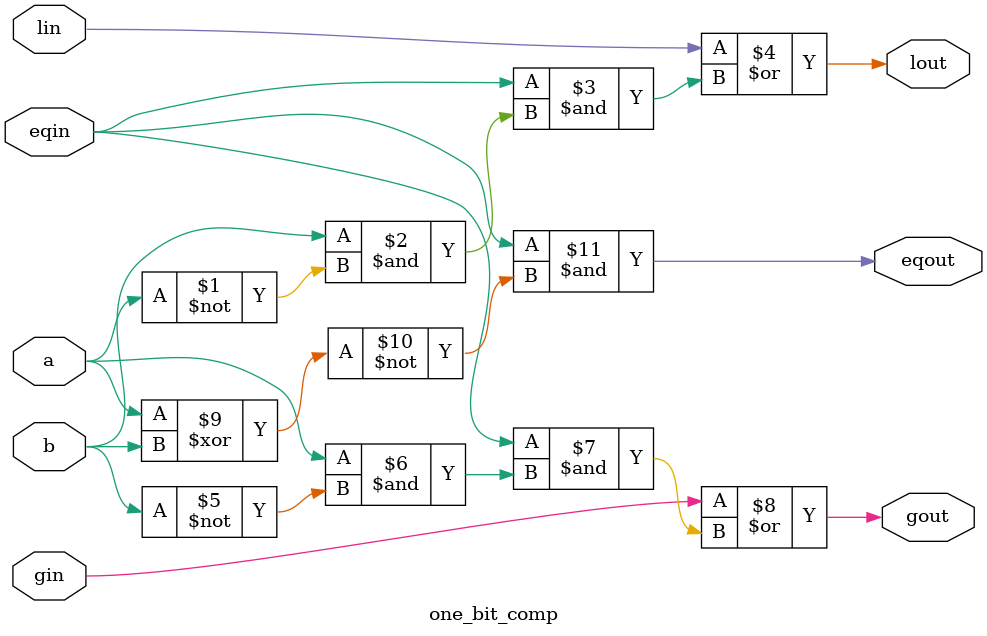
<source format=v>
`timescale 1ns / 1ps
module one_bit_comp(a, b, lin, gin, eqin, lout, gout, eqout);
	input a;
	input b;
	input lin;
	input gin;
	input eqin;
	
	output lout;
	output gout;
	output eqout;
	
	wire lout;
	wire gout;
	wire eqout;
	
	assign lout = lin|(eqin&(b&~a));
	assign gout = gin|(eqin&(a&~b));
	assign eqout = eqin&~(a^b);
	
endmodule

</source>
